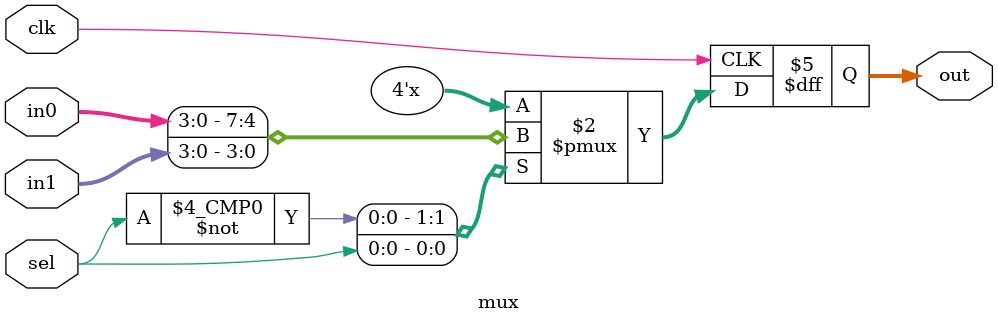
<source format=v>
`timescale 1ns / 1ps

module mux #(parameter length=4)(
  input clk,
  input sel,
  input wire [length-1:0] in0, in1,
  output reg [length-1:0] out
);

always@(posedge clk) begin
  case(sel)
    'd0: out <= in0;
    'd1: out <= in1;
    default: out <= {length{1'bz}};
  endcase
end

endmodule

</source>
